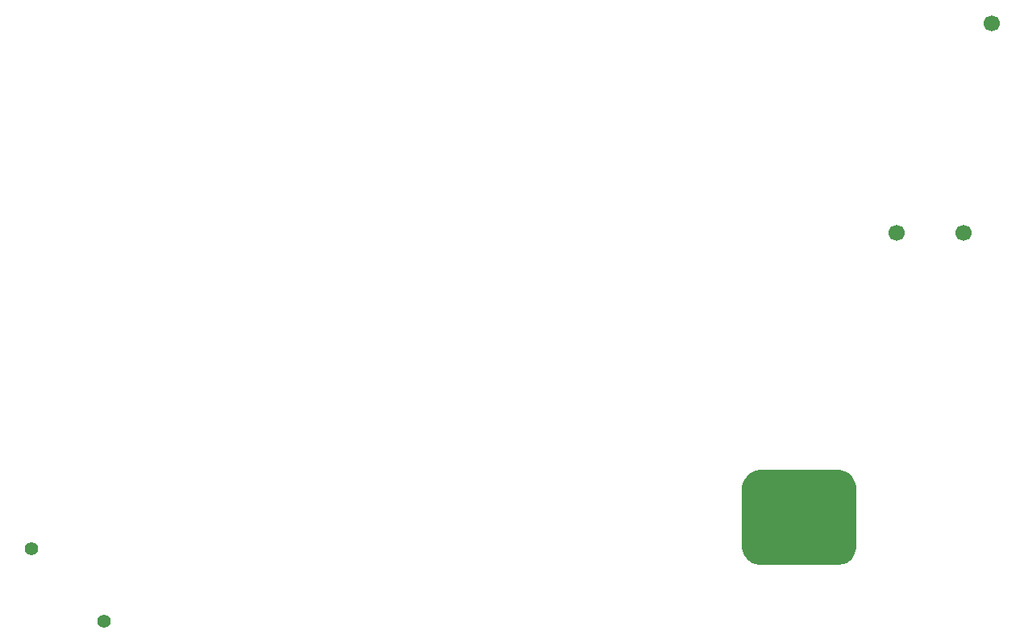
<source format=gbr>
%TF.GenerationSoftware,Altium Limited,Altium Designer,22.5.1 (42)*%
G04 Layer_Color=0*
%FSLAX43Y43*%
%MOMM*%
%TF.SameCoordinates,16143D8C-65FE-44CA-9B93-5BB87F4A9255*%
%TF.FilePolarity,Positive*%
%TF.FileFunction,NonPlated,1,2,NPTH,Drill*%
%TF.Part,Single*%
G01*
G75*
%TA.AperFunction,ComponentDrill*%
%ADD91C,1.700*%
%ADD92C,1.400*%
G36*
X124750Y18075D02*
Y17878D01*
X124827Y17492D01*
X124978Y17128D01*
X125197Y16800D01*
X125475Y16521D01*
X125803Y16303D01*
X126167Y16152D01*
X126553Y16075D01*
X126750D01*
D01*
X134750D01*
X134947D01*
X135333Y16152D01*
X135697Y16303D01*
X136025Y16521D01*
X136303Y16800D01*
X136522Y17128D01*
X136673Y17492D01*
X136750Y17878D01*
Y18075D01*
D01*
Y24075D01*
Y24272D01*
X136673Y24658D01*
X136522Y25022D01*
X136303Y25350D01*
X136025Y25628D01*
X135697Y25847D01*
X135333Y25998D01*
X134947Y26075D01*
X134750D01*
D01*
X126750D01*
X126553D01*
X126167Y25998D01*
X125803Y25847D01*
X125475Y25628D01*
X125197Y25350D01*
X124978Y25022D01*
X124827Y24658D01*
X124750Y24272D01*
Y24075D01*
D01*
Y18075D01*
D02*
G37*
D91*
X148000Y51000D02*
D03*
X141000D02*
D03*
X151000Y73000D02*
D03*
D92*
X50090Y17810D02*
D03*
X57710Y10190D02*
D03*
%TF.MD5,c72948acb533a69216a4a95c3ffec91f*%
M02*

</source>
